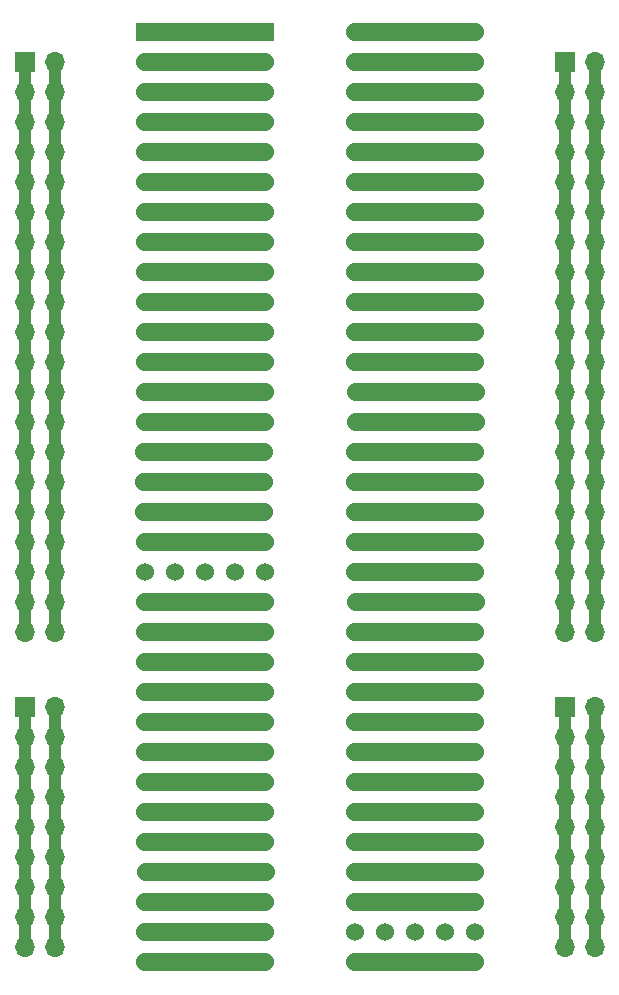
<source format=gbr>
%TF.GenerationSoftware,KiCad,Pcbnew,8.0.0*%
%TF.CreationDate,2024-03-14T18:22:41+00:00*%
%TF.ProjectId,ToastedBreadBoard64,546f6173-7465-4644-9272-656164426f61,rev?*%
%TF.SameCoordinates,Original*%
%TF.FileFunction,Copper,L1,Top*%
%TF.FilePolarity,Positive*%
%FSLAX46Y46*%
G04 Gerber Fmt 4.6, Leading zero omitted, Abs format (unit mm)*
G04 Created by KiCad (PCBNEW 8.0.0) date 2024-03-14 18:22:41*
%MOMM*%
%LPD*%
G01*
G04 APERTURE LIST*
%TA.AperFunction,ComponentPad*%
%ADD10R,1.524000X1.524000*%
%TD*%
%TA.AperFunction,ComponentPad*%
%ADD11C,1.524000*%
%TD*%
%TA.AperFunction,ComponentPad*%
%ADD12O,11.700000X1.524000*%
%TD*%
%TA.AperFunction,ComponentPad*%
%ADD13R,1.700000X1.700000*%
%TD*%
%TA.AperFunction,ComponentPad*%
%ADD14O,1.700000X1.700000*%
%TD*%
%TA.AperFunction,Conductor*%
%ADD15C,1.000000*%
%TD*%
G04 APERTURE END LIST*
D10*
%TO.P,U1,1,PIN1*%
%TO.N,unconnected-(U1-PIN1-Pad1)*%
X125730000Y-27940000D03*
D11*
X123190000Y-27940000D03*
D12*
X120650000Y-27940000D03*
D11*
X118110000Y-27940000D03*
D10*
X115570000Y-27940000D03*
D11*
%TO.P,U1,2,PIN2*%
%TO.N,unconnected-(U1-PIN2-Pad2)*%
X125730000Y-30480000D03*
X123190000Y-30480000D03*
D12*
X120650000Y-30480000D03*
D11*
X118110000Y-30480000D03*
X115570000Y-30480000D03*
%TO.P,U1,3,PIN3*%
%TO.N,unconnected-(U1-PIN3-Pad3)*%
X125730000Y-33020000D03*
X123190000Y-33020000D03*
D12*
X120650000Y-33020000D03*
D11*
X118110000Y-33020000D03*
X115570000Y-33020000D03*
%TO.P,U1,4,PIN4*%
%TO.N,unconnected-(U1-PIN4-Pad4)*%
X125730000Y-35560000D03*
X123190000Y-35560000D03*
D12*
X120650000Y-35560000D03*
D11*
X118110000Y-35560000D03*
X115570000Y-35560000D03*
%TO.P,U1,5,PIN5*%
%TO.N,unconnected-(U1-PIN5-Pad5)*%
X125730000Y-38100000D03*
X123190000Y-38100000D03*
D12*
X120650000Y-38100000D03*
D11*
X118110000Y-38100000D03*
X115570000Y-38100000D03*
%TO.P,U1,6,PIN6*%
%TO.N,unconnected-(U1-PIN6-Pad6)*%
X125730000Y-40640000D03*
X123190000Y-40640000D03*
D12*
X120650000Y-40640000D03*
D11*
X118110000Y-40640000D03*
X115570000Y-40640000D03*
%TO.P,U1,7,PIN7*%
%TO.N,unconnected-(U1-PIN7-Pad7)*%
X125730000Y-43180000D03*
X123190000Y-43180000D03*
D12*
X120650000Y-43180000D03*
D11*
X118110000Y-43180000D03*
X115570000Y-43180000D03*
%TO.P,U1,8,PIN8*%
%TO.N,unconnected-(U1-PIN8-Pad8)*%
X125730000Y-45720000D03*
X123190000Y-45720000D03*
D12*
X120650000Y-45720000D03*
D11*
X118110000Y-45720000D03*
X115570000Y-45720000D03*
%TO.P,U1,9,PIN9*%
%TO.N,unconnected-(U1-PIN9-Pad9)*%
X125730000Y-48260000D03*
X123190000Y-48260000D03*
D12*
X120650000Y-48260000D03*
D11*
X118110000Y-48260000D03*
X115570000Y-48260000D03*
%TO.P,U1,10,PIN10*%
%TO.N,unconnected-(U1-PIN10-Pad10)*%
X125730000Y-50800000D03*
X123190000Y-50800000D03*
D12*
X120650000Y-50800000D03*
D11*
X118110000Y-50800000D03*
X115570000Y-50800000D03*
%TO.P,U1,11,PIN11*%
%TO.N,unconnected-(U1-PIN11-Pad11)*%
X125730000Y-53340000D03*
X123190000Y-53340000D03*
D12*
X120650000Y-53340000D03*
D11*
X118110000Y-53340000D03*
X115570000Y-53340000D03*
%TO.P,U1,12,PIN12*%
%TO.N,unconnected-(U1-PIN12-Pad12)*%
X125730000Y-55880000D03*
X123190000Y-55880000D03*
D12*
X120650000Y-55880000D03*
D11*
X118110000Y-55880000D03*
X115570000Y-55880000D03*
%TO.P,U1,13,PIN13*%
%TO.N,unconnected-(U1-PIN13-Pad13)*%
X125730000Y-58420000D03*
X123190000Y-58420000D03*
D12*
X120650000Y-58420000D03*
D11*
X118110000Y-58420000D03*
X115570000Y-58420000D03*
%TO.P,U1,14,PIN14*%
%TO.N,unconnected-(U1-PIN14-Pad14)*%
X125730000Y-60960000D03*
X123190000Y-60960000D03*
D12*
X120650000Y-60960000D03*
D11*
X118110000Y-60960000D03*
X115570000Y-60960000D03*
%TO.P,U1,15,PIN15*%
%TO.N,unconnected-(U1-PIN15-Pad15)*%
X125630000Y-63500000D03*
X123090000Y-63500000D03*
D12*
X120550000Y-63500000D03*
D11*
X118010000Y-63500000D03*
X115470000Y-63500000D03*
%TO.P,U1,16,PIN16*%
%TO.N,unconnected-(U1-PIN16-Pad16)*%
X125630000Y-66040000D03*
X123090000Y-66040000D03*
D12*
X120550000Y-66040000D03*
D11*
X118010000Y-66040000D03*
X115470000Y-66040000D03*
%TO.P,U1,17,PIN17*%
%TO.N,unconnected-(U1-PIN17-Pad17)*%
X125630000Y-68580000D03*
X123090000Y-68580000D03*
D12*
X120550000Y-68580000D03*
D11*
X118010000Y-68580000D03*
X115470000Y-68580000D03*
%TO.P,U1,18,PIN18*%
%TO.N,unconnected-(U1-PIN18-Pad18)*%
X125730000Y-71120000D03*
X123190000Y-71120000D03*
D12*
X120650000Y-71120000D03*
D11*
X118110000Y-71120000D03*
X115570000Y-71120000D03*
%TO.P,U1,19,PIN19*%
%TO.N,unconnected-(U1-PIN19-Pad19)*%
X125730000Y-73660000D03*
X123190000Y-73660000D03*
X120650000Y-73660000D03*
X118110000Y-73660000D03*
X115570000Y-73660000D03*
%TO.P,U1,20,PIN20*%
%TO.N,unconnected-(U1-PIN20-Pad20)*%
X125730000Y-76200000D03*
X123190000Y-76200000D03*
D12*
X120650000Y-76200000D03*
D11*
X118110000Y-76200000D03*
X115570000Y-76200000D03*
%TO.P,U1,21,PIN21*%
%TO.N,unconnected-(U1-PIN21-Pad21)*%
X125730000Y-78740000D03*
X123190000Y-78740000D03*
D12*
X120650000Y-78740000D03*
D11*
X118110000Y-78740000D03*
X115570000Y-78740000D03*
%TO.P,U1,22,PIN22*%
%TO.N,unconnected-(U1-PIN22-Pad22)*%
X125730000Y-81280000D03*
X123190000Y-81280000D03*
D12*
X120650000Y-81280000D03*
D11*
X118110000Y-81280000D03*
X115570000Y-81280000D03*
%TO.P,U1,23,PIN23*%
%TO.N,unconnected-(U1-PIN23-Pad23)*%
X125730000Y-83820000D03*
X123190000Y-83820000D03*
D12*
X120650000Y-83820000D03*
D11*
X118110000Y-83820000D03*
X115570000Y-83820000D03*
%TO.P,U1,24,PIN24*%
%TO.N,unconnected-(U1-PIN24-Pad24)*%
X125730000Y-86360000D03*
X123190000Y-86360000D03*
D12*
X120650000Y-86360000D03*
D11*
X118110000Y-86360000D03*
X115570000Y-86360000D03*
%TO.P,U1,25,PIN25*%
%TO.N,unconnected-(U1-PIN25-Pad25)*%
X125730000Y-88900000D03*
X123190000Y-88900000D03*
D12*
X120650000Y-88900000D03*
D11*
X118110000Y-88900000D03*
X115570000Y-88900000D03*
%TO.P,U1,26,PIN26*%
%TO.N,unconnected-(U1-PIN26-Pad26)*%
X125730000Y-91440000D03*
X123190000Y-91440000D03*
D12*
X120650000Y-91440000D03*
D11*
X118110000Y-91440000D03*
X115570000Y-91440000D03*
%TO.P,U1,27,PIN27*%
%TO.N,unconnected-(U1-PIN27-Pad27)*%
X125730000Y-93980000D03*
X123190000Y-93980000D03*
D12*
X120650000Y-93980000D03*
D11*
X118110000Y-93980000D03*
X115570000Y-93980000D03*
%TO.P,U1,28,PIN28*%
%TO.N,unconnected-(U1-PIN28-Pad28)*%
X125730000Y-96520000D03*
X123190000Y-96520000D03*
D12*
X120650000Y-96520000D03*
D11*
X118110000Y-96520000D03*
X115570000Y-96520000D03*
%TO.P,U1,29,PIN29*%
%TO.N,unconnected-(U1-PIN29-Pad29)*%
X125830000Y-99060000D03*
X123290000Y-99060000D03*
D12*
X120750000Y-99060000D03*
D11*
X118210000Y-99060000D03*
X115670000Y-99060000D03*
%TO.P,U1,30,PIN30*%
%TO.N,unconnected-(U1-PIN30-Pad30)*%
X125730000Y-101600000D03*
X123190000Y-101600000D03*
D12*
X120650000Y-101600000D03*
D11*
X118110000Y-101600000D03*
X115570000Y-101600000D03*
%TO.P,U1,31,PIN31*%
%TO.N,unconnected-(U1-PIN31-Pad31)*%
X125730000Y-104140000D03*
X123190000Y-104140000D03*
D12*
X120650000Y-104140000D03*
D11*
X118110000Y-104140000D03*
X115570000Y-104140000D03*
%TO.P,U1,32,PIN32*%
%TO.N,unconnected-(U1-PIN32-Pad32)*%
X125730000Y-106680000D03*
X123190000Y-106680000D03*
D12*
X120650000Y-106680000D03*
D11*
X118110000Y-106680000D03*
X115570000Y-106680000D03*
%TO.P,U1,33,PIN33*%
%TO.N,unconnected-(U1-PIN33-Pad33)*%
X143510000Y-106680000D03*
X140970000Y-106680000D03*
D12*
X138430000Y-106680000D03*
D11*
X135890000Y-106680000D03*
X133350000Y-106680000D03*
%TO.P,U1,34,PIN34*%
%TO.N,unconnected-(U1-PIN34-Pad34)*%
X143510000Y-104140000D03*
X140970000Y-104140000D03*
X138430000Y-104140000D03*
X135890000Y-104140000D03*
X133350000Y-104140000D03*
%TO.P,U1,35,PIN35*%
%TO.N,unconnected-(U1-PIN35-Pad35)*%
X143510000Y-101600000D03*
X140970000Y-101600000D03*
D12*
X138430000Y-101600000D03*
D11*
X135890000Y-101600000D03*
X133350000Y-101600000D03*
%TO.P,U1,36,PIN36*%
%TO.N,unconnected-(U1-PIN36-Pad36)*%
X143510000Y-99060000D03*
X140970000Y-99060000D03*
D12*
X138430000Y-99060000D03*
D11*
X135890000Y-99060000D03*
X133350000Y-99060000D03*
%TO.P,U1,37,PIN37*%
%TO.N,unconnected-(U1-PIN37-Pad37)*%
X143510000Y-96520000D03*
X140970000Y-96520000D03*
D12*
X138430000Y-96520000D03*
D11*
X135890000Y-96520000D03*
X133350000Y-96520000D03*
%TO.P,U1,38,PIN38*%
%TO.N,unconnected-(U1-PIN38-Pad38)*%
X143510000Y-93980000D03*
X140970000Y-93980000D03*
D12*
X138430000Y-93980000D03*
D11*
X135890000Y-93980000D03*
X133350000Y-93980000D03*
%TO.P,U1,39,PIN39*%
%TO.N,unconnected-(U1-PIN39-Pad39)*%
X143510000Y-91440000D03*
X140970000Y-91440000D03*
D12*
X138430000Y-91440000D03*
D11*
X135890000Y-91440000D03*
X133350000Y-91440000D03*
%TO.P,U1,40,PIN40*%
%TO.N,unconnected-(U1-PIN40-Pad40)*%
X143510000Y-88900000D03*
X140970000Y-88900000D03*
D12*
X138430000Y-88900000D03*
D11*
X135890000Y-88900000D03*
X133350000Y-88900000D03*
%TO.P,U1,41,PIN41*%
%TO.N,unconnected-(U1-PIN41-Pad41)*%
X143510000Y-86360000D03*
X140970000Y-86360000D03*
D12*
X138430000Y-86360000D03*
D11*
X135890000Y-86360000D03*
X133350000Y-86360000D03*
%TO.P,U1,42,PIN42*%
%TO.N,unconnected-(U1-PIN42-Pad42)*%
X143510000Y-83820000D03*
X140970000Y-83820000D03*
D12*
X138430000Y-83820000D03*
D11*
X135890000Y-83820000D03*
X133350000Y-83820000D03*
%TO.P,U1,43,PIN43*%
%TO.N,unconnected-(U1-PIN43-Pad43)*%
X143510000Y-81280000D03*
X140970000Y-81280000D03*
D12*
X138430000Y-81280000D03*
D11*
X135890000Y-81280000D03*
X133350000Y-81280000D03*
%TO.P,U1,44,PIN44*%
%TO.N,unconnected-(U1-PIN44-Pad44)*%
X143510000Y-78740000D03*
X140970000Y-78740000D03*
D12*
X138430000Y-78740000D03*
D11*
X135890000Y-78740000D03*
X133350000Y-78740000D03*
%TO.P,U1,45,PIN45*%
%TO.N,unconnected-(U1-PIN45-Pad45)*%
X143610000Y-76200000D03*
X141070000Y-76200000D03*
D12*
X138530000Y-76200000D03*
D11*
X135990000Y-76200000D03*
X133450000Y-76200000D03*
%TO.P,U1,46,PIN46*%
%TO.N,unconnected-(U1-PIN46-Pad46)*%
X143510000Y-73660000D03*
X140970000Y-73660000D03*
D12*
X138430000Y-73660000D03*
D11*
X135890000Y-73660000D03*
X133350000Y-73660000D03*
%TO.P,U1,47,PIN47*%
%TO.N,unconnected-(U1-PIN47-Pad47)*%
X143510000Y-71120000D03*
X140970000Y-71120000D03*
D12*
X138430000Y-71120000D03*
D11*
X135890000Y-71120000D03*
X133350000Y-71120000D03*
%TO.P,U1,48,PIN48*%
%TO.N,unconnected-(U1-PIN48-Pad48)*%
X143510000Y-68580000D03*
X140970000Y-68580000D03*
D12*
X138430000Y-68580000D03*
D11*
X135890000Y-68580000D03*
X133350000Y-68580000D03*
%TO.P,U1,49,PIN49*%
%TO.N,unconnected-(U1-PIN49-Pad49)*%
X143510000Y-66040000D03*
X140970000Y-66040000D03*
D12*
X138430000Y-66040000D03*
D11*
X135890000Y-66040000D03*
X133350000Y-66040000D03*
%TO.P,U1,50,PIN50*%
%TO.N,unconnected-(U1-PIN50-Pad50)*%
X143510000Y-63500000D03*
X140970000Y-63500000D03*
D12*
X138430000Y-63500000D03*
D11*
X135890000Y-63500000D03*
X133350000Y-63500000D03*
%TO.P,U1,51,PIN51*%
%TO.N,unconnected-(U1-PIN51-Pad51)*%
X143610000Y-60960000D03*
X141070000Y-60960000D03*
D12*
X138530000Y-60960000D03*
D11*
X135990000Y-60960000D03*
X133450000Y-60960000D03*
%TO.P,U1,52,PIN52*%
%TO.N,unconnected-(U1-PIN52-Pad52)*%
X143610000Y-58420000D03*
X141070000Y-58420000D03*
D12*
X138530000Y-58420000D03*
D11*
X135990000Y-58420000D03*
X133450000Y-58420000D03*
%TO.P,U1,53,PIN53*%
%TO.N,unconnected-(U1-PIN53-Pad53)*%
X143510000Y-55880000D03*
X140970000Y-55880000D03*
D12*
X138430000Y-55880000D03*
D11*
X135890000Y-55880000D03*
X133350000Y-55880000D03*
%TO.P,U1,54,PIN54*%
%TO.N,unconnected-(U1-PIN54-Pad54)*%
X143510000Y-53340000D03*
X140970000Y-53340000D03*
D12*
X138430000Y-53340000D03*
D11*
X135890000Y-53340000D03*
X133350000Y-53340000D03*
%TO.P,U1,55,PIN55*%
%TO.N,unconnected-(U1-PIN55-Pad55)*%
X143510000Y-50800000D03*
X140970000Y-50800000D03*
D12*
X138430000Y-50800000D03*
D11*
X135890000Y-50800000D03*
X133350000Y-50800000D03*
%TO.P,U1,56,PIN56*%
%TO.N,unconnected-(U1-PIN56-Pad56)*%
X143510000Y-48260000D03*
X140970000Y-48260000D03*
D12*
X138430000Y-48260000D03*
D11*
X135890000Y-48260000D03*
X133350000Y-48260000D03*
%TO.P,U1,57,PIN57*%
%TO.N,unconnected-(U1-PIN57-Pad57)*%
X143510000Y-45720000D03*
X140970000Y-45720000D03*
D12*
X138430000Y-45720000D03*
D11*
X135890000Y-45720000D03*
X133350000Y-45720000D03*
%TO.P,U1,58,PIN58*%
%TO.N,unconnected-(U1-PIN58-Pad58)*%
X143510000Y-43180000D03*
X140970000Y-43180000D03*
D12*
X138430000Y-43180000D03*
D11*
X135890000Y-43180000D03*
X133350000Y-43180000D03*
%TO.P,U1,59,PIN59*%
%TO.N,unconnected-(U1-PIN59-Pad59)*%
X143510000Y-40640000D03*
X140970000Y-40640000D03*
D12*
X138430000Y-40640000D03*
D11*
X135890000Y-40640000D03*
X133350000Y-40640000D03*
%TO.P,U1,60,PIN60*%
%TO.N,unconnected-(U1-PIN60-Pad60)*%
X143510000Y-38100000D03*
X140970000Y-38100000D03*
D12*
X138430000Y-38100000D03*
D11*
X135890000Y-38100000D03*
X133350000Y-38100000D03*
%TO.P,U1,61,PIN61*%
%TO.N,unconnected-(U1-PIN61-Pad61)*%
X143510000Y-35560000D03*
X140970000Y-35560000D03*
D12*
X138430000Y-35560000D03*
D11*
X135890000Y-35560000D03*
X133350000Y-35560000D03*
%TO.P,U1,62,PIN62*%
%TO.N,unconnected-(U1-PIN62-Pad62)*%
X143510000Y-33020000D03*
X140970000Y-33020000D03*
D12*
X138430000Y-33020000D03*
D11*
X135890000Y-33020000D03*
X133350000Y-33020000D03*
%TO.P,U1,63,PIN63*%
%TO.N,unconnected-(U1-PIN63-Pad63)*%
X143510000Y-30480000D03*
X140970000Y-30480000D03*
D12*
X138430000Y-30480000D03*
D11*
X135890000Y-30480000D03*
X133350000Y-30480000D03*
%TO.P,U1,64,PIN64*%
%TO.N,unconnected-(U1-PIN64-Pad64)*%
X143510000Y-27940000D03*
X140970000Y-27940000D03*
D12*
X138430000Y-27940000D03*
D11*
X135890000Y-27940000D03*
X133350000Y-27940000D03*
%TD*%
D13*
%TO.P,J4,1,Pin_1*%
%TO.N,Net-(J4-Pin_1)*%
X151130000Y-30480000D03*
D14*
%TO.P,J4,2,Pin_2*%
%TO.N,Net-(J4-Pin_10)*%
X153670000Y-30480000D03*
%TO.P,J4,3,Pin_3*%
%TO.N,Net-(J4-Pin_1)*%
X151130000Y-33020000D03*
%TO.P,J4,4,Pin_4*%
%TO.N,Net-(J4-Pin_10)*%
X153670000Y-33020000D03*
%TO.P,J4,5,Pin_5*%
%TO.N,Net-(J4-Pin_1)*%
X151130000Y-35560000D03*
%TO.P,J4,6,Pin_6*%
%TO.N,Net-(J4-Pin_10)*%
X153670000Y-35560000D03*
%TO.P,J4,7,Pin_7*%
%TO.N,Net-(J4-Pin_1)*%
X151130000Y-38100000D03*
%TO.P,J4,8,Pin_8*%
%TO.N,Net-(J4-Pin_10)*%
X153670000Y-38100000D03*
%TO.P,J4,9,Pin_9*%
%TO.N,Net-(J4-Pin_1)*%
X151130000Y-40640000D03*
%TO.P,J4,10,Pin_10*%
%TO.N,Net-(J4-Pin_10)*%
X153670000Y-40640000D03*
%TO.P,J4,11,Pin_11*%
%TO.N,Net-(J4-Pin_1)*%
X151130000Y-43180000D03*
%TO.P,J4,12,Pin_12*%
%TO.N,Net-(J4-Pin_10)*%
X153670000Y-43180000D03*
%TO.P,J4,13,Pin_13*%
%TO.N,Net-(J4-Pin_1)*%
X151130000Y-45720000D03*
%TO.P,J4,14,Pin_14*%
%TO.N,Net-(J4-Pin_10)*%
X153670000Y-45720000D03*
%TO.P,J4,15,Pin_15*%
%TO.N,Net-(J4-Pin_1)*%
X151130000Y-48260000D03*
%TO.P,J4,16,Pin_16*%
%TO.N,Net-(J4-Pin_10)*%
X153670000Y-48260000D03*
%TO.P,J4,17,Pin_17*%
%TO.N,Net-(J4-Pin_1)*%
X151130000Y-50800000D03*
%TO.P,J4,18,Pin_18*%
%TO.N,Net-(J4-Pin_10)*%
X153670000Y-50800000D03*
%TO.P,J4,19,Pin_19*%
%TO.N,Net-(J4-Pin_1)*%
X151130000Y-53340000D03*
%TO.P,J4,20,Pin_20*%
%TO.N,Net-(J4-Pin_10)*%
X153670000Y-53340000D03*
%TO.P,J4,21,Pin_21*%
%TO.N,Net-(J4-Pin_1)*%
X151130000Y-55880000D03*
%TO.P,J4,22,Pin_22*%
%TO.N,Net-(J4-Pin_10)*%
X153670000Y-55880000D03*
%TO.P,J4,23,Pin_23*%
%TO.N,Net-(J4-Pin_1)*%
X151130000Y-58420000D03*
%TO.P,J4,24,Pin_24*%
%TO.N,Net-(J4-Pin_10)*%
X153670000Y-58420000D03*
%TO.P,J4,25,Pin_25*%
%TO.N,Net-(J4-Pin_1)*%
X151130000Y-60960000D03*
%TO.P,J4,26,Pin_26*%
%TO.N,Net-(J4-Pin_10)*%
X153670000Y-60960000D03*
%TO.P,J4,27,Pin_27*%
%TO.N,Net-(J4-Pin_1)*%
X151130000Y-63500000D03*
%TO.P,J4,28,Pin_28*%
%TO.N,Net-(J4-Pin_10)*%
X153670000Y-63500000D03*
%TO.P,J4,29,Pin_29*%
%TO.N,Net-(J4-Pin_1)*%
X151130000Y-66040000D03*
%TO.P,J4,30,Pin_30*%
%TO.N,Net-(J4-Pin_10)*%
X153670000Y-66040000D03*
%TO.P,J4,31,Pin_31*%
%TO.N,Net-(J4-Pin_1)*%
X151130000Y-68580000D03*
%TO.P,J4,32,Pin_32*%
%TO.N,Net-(J4-Pin_10)*%
X153670000Y-68580000D03*
%TO.P,J4,33,Pin_33*%
%TO.N,Net-(J4-Pin_1)*%
X151130000Y-71120000D03*
%TO.P,J4,34,Pin_34*%
%TO.N,Net-(J4-Pin_10)*%
X153670000Y-71120000D03*
%TO.P,J4,35,Pin_35*%
%TO.N,Net-(J4-Pin_1)*%
X151130000Y-73660000D03*
%TO.P,J4,36,Pin_36*%
%TO.N,Net-(J4-Pin_10)*%
X153670000Y-73660000D03*
%TO.P,J4,37,Pin_37*%
%TO.N,Net-(J4-Pin_1)*%
X151130000Y-76200000D03*
%TO.P,J4,38,Pin_38*%
%TO.N,Net-(J4-Pin_10)*%
X153670000Y-76200000D03*
%TO.P,J4,39,Pin_39*%
%TO.N,Net-(J4-Pin_1)*%
X151130000Y-78740000D03*
%TO.P,J4,40,Pin_40*%
%TO.N,Net-(J4-Pin_10)*%
X153670000Y-78740000D03*
%TD*%
D13*
%TO.P,J2,1,Pin_1*%
%TO.N,Net-(J2-Pin_1)*%
X105410000Y-85090000D03*
D14*
%TO.P,J2,2,Pin_2*%
%TO.N,Net-(J2-Pin_10)*%
X107950000Y-85090000D03*
%TO.P,J2,3,Pin_3*%
%TO.N,Net-(J2-Pin_1)*%
X105410000Y-87630000D03*
%TO.P,J2,4,Pin_4*%
%TO.N,Net-(J2-Pin_10)*%
X107950000Y-87630000D03*
%TO.P,J2,5,Pin_5*%
%TO.N,Net-(J2-Pin_1)*%
X105410000Y-90170000D03*
%TO.P,J2,6,Pin_6*%
%TO.N,Net-(J2-Pin_10)*%
X107950000Y-90170000D03*
%TO.P,J2,7,Pin_7*%
%TO.N,Net-(J2-Pin_1)*%
X105410000Y-92710000D03*
%TO.P,J2,8,Pin_8*%
%TO.N,Net-(J2-Pin_10)*%
X107950000Y-92710000D03*
%TO.P,J2,9,Pin_9*%
%TO.N,Net-(J2-Pin_1)*%
X105410000Y-95250000D03*
%TO.P,J2,10,Pin_10*%
%TO.N,Net-(J2-Pin_10)*%
X107950000Y-95250000D03*
%TO.P,J2,11,Pin_11*%
%TO.N,Net-(J2-Pin_1)*%
X105410000Y-97790000D03*
%TO.P,J2,12,Pin_12*%
%TO.N,Net-(J2-Pin_10)*%
X107950000Y-97790000D03*
%TO.P,J2,13,Pin_13*%
%TO.N,Net-(J2-Pin_1)*%
X105410000Y-100330000D03*
%TO.P,J2,14,Pin_14*%
%TO.N,Net-(J2-Pin_10)*%
X107950000Y-100330000D03*
%TO.P,J2,15,Pin_15*%
%TO.N,Net-(J2-Pin_1)*%
X105410000Y-102870000D03*
%TO.P,J2,16,Pin_16*%
%TO.N,Net-(J2-Pin_10)*%
X107950000Y-102870000D03*
%TO.P,J2,17,Pin_17*%
%TO.N,Net-(J2-Pin_1)*%
X105410000Y-105410000D03*
%TO.P,J2,18,Pin_18*%
%TO.N,Net-(J2-Pin_10)*%
X107950000Y-105410000D03*
%TD*%
D13*
%TO.P,J1,1,Pin_1*%
%TO.N,Net-(J1-Pin_1)*%
X105410000Y-30480000D03*
D14*
%TO.P,J1,2,Pin_2*%
%TO.N,Net-(J1-Pin_10)*%
X107950000Y-30480000D03*
%TO.P,J1,3,Pin_3*%
%TO.N,Net-(J1-Pin_1)*%
X105410000Y-33020000D03*
%TO.P,J1,4,Pin_4*%
%TO.N,Net-(J1-Pin_10)*%
X107950000Y-33020000D03*
%TO.P,J1,5,Pin_5*%
%TO.N,Net-(J1-Pin_1)*%
X105410000Y-35560000D03*
%TO.P,J1,6,Pin_6*%
%TO.N,Net-(J1-Pin_10)*%
X107950000Y-35560000D03*
%TO.P,J1,7,Pin_7*%
%TO.N,Net-(J1-Pin_1)*%
X105410000Y-38100000D03*
%TO.P,J1,8,Pin_8*%
%TO.N,Net-(J1-Pin_10)*%
X107950000Y-38100000D03*
%TO.P,J1,9,Pin_9*%
%TO.N,Net-(J1-Pin_1)*%
X105410000Y-40640000D03*
%TO.P,J1,10,Pin_10*%
%TO.N,Net-(J1-Pin_10)*%
X107950000Y-40640000D03*
%TO.P,J1,11,Pin_11*%
%TO.N,Net-(J1-Pin_1)*%
X105410000Y-43180000D03*
%TO.P,J1,12,Pin_12*%
%TO.N,Net-(J1-Pin_10)*%
X107950000Y-43180000D03*
%TO.P,J1,13,Pin_13*%
%TO.N,Net-(J1-Pin_1)*%
X105410000Y-45720000D03*
%TO.P,J1,14,Pin_14*%
%TO.N,Net-(J1-Pin_10)*%
X107950000Y-45720000D03*
%TO.P,J1,15,Pin_15*%
%TO.N,Net-(J1-Pin_1)*%
X105410000Y-48260000D03*
%TO.P,J1,16,Pin_16*%
%TO.N,Net-(J1-Pin_10)*%
X107950000Y-48260000D03*
%TO.P,J1,17,Pin_17*%
%TO.N,Net-(J1-Pin_1)*%
X105410000Y-50800000D03*
%TO.P,J1,18,Pin_18*%
%TO.N,Net-(J1-Pin_10)*%
X107950000Y-50800000D03*
%TO.P,J1,19,Pin_19*%
%TO.N,Net-(J1-Pin_1)*%
X105410000Y-53340000D03*
%TO.P,J1,20,Pin_20*%
%TO.N,Net-(J1-Pin_10)*%
X107950000Y-53340000D03*
%TO.P,J1,21,Pin_21*%
%TO.N,Net-(J1-Pin_1)*%
X105410000Y-55880000D03*
%TO.P,J1,22,Pin_22*%
%TO.N,Net-(J1-Pin_10)*%
X107950000Y-55880000D03*
%TO.P,J1,23,Pin_23*%
%TO.N,Net-(J1-Pin_1)*%
X105410000Y-58420000D03*
%TO.P,J1,24,Pin_24*%
%TO.N,Net-(J1-Pin_10)*%
X107950000Y-58420000D03*
%TO.P,J1,25,Pin_25*%
%TO.N,Net-(J1-Pin_1)*%
X105410000Y-60960000D03*
%TO.P,J1,26,Pin_26*%
%TO.N,Net-(J1-Pin_10)*%
X107950000Y-60960000D03*
%TO.P,J1,27,Pin_27*%
%TO.N,Net-(J1-Pin_1)*%
X105410000Y-63500000D03*
%TO.P,J1,28,Pin_28*%
%TO.N,Net-(J1-Pin_10)*%
X107950000Y-63500000D03*
%TO.P,J1,29,Pin_29*%
%TO.N,Net-(J1-Pin_1)*%
X105410000Y-66040000D03*
%TO.P,J1,30,Pin_30*%
%TO.N,Net-(J1-Pin_10)*%
X107950000Y-66040000D03*
%TO.P,J1,31,Pin_31*%
%TO.N,Net-(J1-Pin_1)*%
X105410000Y-68580000D03*
%TO.P,J1,32,Pin_32*%
%TO.N,Net-(J1-Pin_10)*%
X107950000Y-68580000D03*
%TO.P,J1,33,Pin_33*%
%TO.N,Net-(J1-Pin_1)*%
X105410000Y-71120000D03*
%TO.P,J1,34,Pin_34*%
%TO.N,Net-(J1-Pin_10)*%
X107950000Y-71120000D03*
%TO.P,J1,35,Pin_35*%
%TO.N,Net-(J1-Pin_1)*%
X105410000Y-73660000D03*
%TO.P,J1,36,Pin_36*%
%TO.N,Net-(J1-Pin_10)*%
X107950000Y-73660000D03*
%TO.P,J1,37,Pin_37*%
%TO.N,Net-(J1-Pin_1)*%
X105410000Y-76200000D03*
%TO.P,J1,38,Pin_38*%
%TO.N,Net-(J1-Pin_10)*%
X107950000Y-76200000D03*
%TO.P,J1,39,Pin_39*%
%TO.N,Net-(J1-Pin_1)*%
X105410000Y-78740000D03*
%TO.P,J1,40,Pin_40*%
%TO.N,Net-(J1-Pin_10)*%
X107950000Y-78740000D03*
%TD*%
D13*
%TO.P,J5,1,Pin_1*%
%TO.N,Net-(J5-Pin_1)*%
X151130000Y-85090000D03*
D14*
%TO.P,J5,2,Pin_2*%
%TO.N,Net-(J5-Pin_10)*%
X153670000Y-85090000D03*
%TO.P,J5,3,Pin_3*%
%TO.N,Net-(J5-Pin_1)*%
X151130000Y-87630000D03*
%TO.P,J5,4,Pin_4*%
%TO.N,Net-(J5-Pin_10)*%
X153670000Y-87630000D03*
%TO.P,J5,5,Pin_5*%
%TO.N,Net-(J5-Pin_1)*%
X151130000Y-90170000D03*
%TO.P,J5,6,Pin_6*%
%TO.N,Net-(J5-Pin_10)*%
X153670000Y-90170000D03*
%TO.P,J5,7,Pin_7*%
%TO.N,Net-(J5-Pin_1)*%
X151130000Y-92710000D03*
%TO.P,J5,8,Pin_8*%
%TO.N,Net-(J5-Pin_10)*%
X153670000Y-92710000D03*
%TO.P,J5,9,Pin_9*%
%TO.N,Net-(J5-Pin_1)*%
X151130000Y-95250000D03*
%TO.P,J5,10,Pin_10*%
%TO.N,Net-(J5-Pin_10)*%
X153670000Y-95250000D03*
%TO.P,J5,11,Pin_11*%
%TO.N,Net-(J5-Pin_1)*%
X151130000Y-97790000D03*
%TO.P,J5,12,Pin_12*%
%TO.N,Net-(J5-Pin_10)*%
X153670000Y-97790000D03*
%TO.P,J5,13,Pin_13*%
%TO.N,Net-(J5-Pin_1)*%
X151130000Y-100330000D03*
%TO.P,J5,14,Pin_14*%
%TO.N,Net-(J5-Pin_10)*%
X153670000Y-100330000D03*
%TO.P,J5,15,Pin_15*%
%TO.N,Net-(J5-Pin_1)*%
X151130000Y-102870000D03*
%TO.P,J5,16,Pin_16*%
%TO.N,Net-(J5-Pin_10)*%
X153670000Y-102870000D03*
%TO.P,J5,17,Pin_17*%
%TO.N,Net-(J5-Pin_1)*%
X151130000Y-105410000D03*
%TO.P,J5,18,Pin_18*%
%TO.N,Net-(J5-Pin_10)*%
X153670000Y-105410000D03*
%TD*%
D15*
%TO.N,Net-(J1-Pin_1)*%
X105410000Y-50800000D02*
X105410000Y-48260000D01*
X105410000Y-66040000D02*
X105410000Y-63500000D01*
X105410000Y-48260000D02*
X105410000Y-45720000D01*
X105410000Y-58420000D02*
X105410000Y-55880000D01*
X105410000Y-71120000D02*
X105410000Y-68580000D01*
X105410000Y-40640000D02*
X105410000Y-38100000D01*
X105410000Y-60960000D02*
X105410000Y-58420000D01*
X105410000Y-45720000D02*
X105410000Y-43180000D01*
X105410000Y-73660000D02*
X105410000Y-71120000D01*
X105410000Y-53340000D02*
X105410000Y-50800000D01*
X105410000Y-68580000D02*
X105410000Y-66040000D01*
X105410000Y-38100000D02*
X105410000Y-35560000D01*
X105410000Y-55880000D02*
X105410000Y-53340000D01*
X105410000Y-78740000D02*
X105410000Y-76200000D01*
X105410000Y-43180000D02*
X105410000Y-40640000D01*
X105410000Y-63500000D02*
X105410000Y-60960000D01*
X105410000Y-35560000D02*
X105410000Y-33020000D01*
X105410000Y-76200000D02*
X105410000Y-73660000D01*
X105410000Y-33020000D02*
X105410000Y-30480000D01*
%TO.N,Net-(J1-Pin_10)*%
X107950000Y-35560000D02*
X107950000Y-33020000D01*
X107950000Y-33020000D02*
X107950000Y-30480000D01*
X107950000Y-68580000D02*
X107950000Y-66040000D01*
X107950000Y-48260000D02*
X107950000Y-45720000D01*
X107950000Y-76200000D02*
X107950000Y-73660000D01*
X107950000Y-55880000D02*
X107950000Y-53340000D01*
X107950000Y-38100000D02*
X107950000Y-35560000D01*
X107950000Y-58420000D02*
X107950000Y-55880000D01*
X107950000Y-43180000D02*
X107950000Y-40640000D01*
X107950000Y-40640000D02*
X107950000Y-38100000D01*
X107950000Y-53340000D02*
X107950000Y-50800000D01*
X107950000Y-73660000D02*
X107950000Y-71120000D01*
X107950000Y-78740000D02*
X107950000Y-76200000D01*
X107950000Y-63500000D02*
X107950000Y-60960000D01*
X107950000Y-45720000D02*
X107950000Y-43180000D01*
X107950000Y-71120000D02*
X107950000Y-68580000D01*
X107950000Y-50800000D02*
X107950000Y-48260000D01*
X107950000Y-60960000D02*
X107950000Y-58420000D01*
X107950000Y-66040000D02*
X107950000Y-63500000D01*
%TO.N,Net-(J2-Pin_1)*%
X105410000Y-97790000D02*
X105410000Y-95250000D01*
X105410000Y-102870000D02*
X105410000Y-100330000D01*
X105410000Y-87630000D02*
X105410000Y-85090000D01*
X105410000Y-100330000D02*
X105410000Y-97790000D01*
X105410000Y-95250000D02*
X105410000Y-92710000D01*
X105410000Y-92710000D02*
X105410000Y-90170000D01*
X105410000Y-105410000D02*
X105410000Y-102870000D01*
X105410000Y-90170000D02*
X105410000Y-87630000D01*
%TO.N,Net-(J2-Pin_10)*%
X107950000Y-92710000D02*
X107950000Y-90170000D01*
X107950000Y-105410000D02*
X107950000Y-102870000D01*
X107950000Y-90170000D02*
X107950000Y-87630000D01*
X107950000Y-87630000D02*
X107950000Y-85090000D01*
X107950000Y-102870000D02*
X107950000Y-100330000D01*
X107950000Y-95250000D02*
X107950000Y-92710000D01*
X107950000Y-97790000D02*
X107950000Y-95250000D01*
X107950000Y-100330000D02*
X107950000Y-97790000D01*
%TO.N,Net-(J4-Pin_1)*%
X151130000Y-35560000D02*
X151130000Y-33020000D01*
X151130000Y-60960000D02*
X151130000Y-58420000D01*
X151130000Y-55880000D02*
X151130000Y-53340000D01*
X151130000Y-53340000D02*
X151130000Y-50800000D01*
X151130000Y-76200000D02*
X151130000Y-73660000D01*
X151130000Y-38100000D02*
X151130000Y-35560000D01*
X151130000Y-48260000D02*
X151130000Y-45720000D01*
X151130000Y-58420000D02*
X151130000Y-55880000D01*
X151130000Y-50800000D02*
X151130000Y-48260000D01*
X151130000Y-33020000D02*
X151130000Y-30480000D01*
X151130000Y-63500000D02*
X151130000Y-60960000D01*
X151130000Y-68580000D02*
X151130000Y-66040000D01*
X151130000Y-45720000D02*
X151130000Y-43180000D01*
X151130000Y-43180000D02*
X151130000Y-40640000D01*
X151130000Y-78740000D02*
X151130000Y-76200000D01*
X151130000Y-71120000D02*
X151130000Y-68580000D01*
X151130000Y-66040000D02*
X151130000Y-63500000D01*
X151130000Y-40640000D02*
X151130000Y-38100000D01*
X151130000Y-73660000D02*
X151130000Y-71120000D01*
%TO.N,Net-(J4-Pin_10)*%
X153670000Y-76200000D02*
X153670000Y-73660000D01*
X153670000Y-53340000D02*
X153670000Y-50800000D01*
X153670000Y-66040000D02*
X153670000Y-63500000D01*
X153670000Y-48260000D02*
X153670000Y-45720000D01*
X153670000Y-43180000D02*
X153670000Y-40640000D01*
X153670000Y-38100000D02*
X153670000Y-35560000D01*
X153670000Y-35560000D02*
X153670000Y-33020000D01*
X153670000Y-50800000D02*
X153670000Y-48260000D01*
X153670000Y-71120000D02*
X153670000Y-68580000D01*
X153670000Y-58420000D02*
X153670000Y-55880000D01*
X153670000Y-45720000D02*
X153670000Y-43180000D01*
X153670000Y-60960000D02*
X153670000Y-58420000D01*
X153670000Y-63500000D02*
X153670000Y-60960000D01*
X153670000Y-78740000D02*
X153670000Y-76200000D01*
X153670000Y-33020000D02*
X153670000Y-30480000D01*
X153670000Y-55880000D02*
X153670000Y-53340000D01*
X153670000Y-68580000D02*
X153670000Y-66040000D01*
X153670000Y-40640000D02*
X153670000Y-38100000D01*
X153670000Y-73660000D02*
X153670000Y-71120000D01*
%TO.N,Net-(J5-Pin_1)*%
X151130000Y-102870000D02*
X151130000Y-100330000D01*
X151130000Y-90170000D02*
X151130000Y-87630000D01*
X151130000Y-92710000D02*
X151130000Y-90170000D01*
X151130000Y-105410000D02*
X151130000Y-102870000D01*
X151130000Y-100330000D02*
X151130000Y-97790000D01*
X151130000Y-97790000D02*
X151130000Y-95250000D01*
X151130000Y-95250000D02*
X151130000Y-92710000D01*
X151130000Y-87630000D02*
X151130000Y-85090000D01*
%TO.N,Net-(J5-Pin_10)*%
X153670000Y-105410000D02*
X153670000Y-102870000D01*
X153670000Y-102870000D02*
X153670000Y-100330000D01*
X153670000Y-100330000D02*
X153670000Y-97790000D01*
X153670000Y-87630000D02*
X153670000Y-85090000D01*
X153670000Y-90170000D02*
X153670000Y-87630000D01*
X153670000Y-97790000D02*
X153670000Y-95250000D01*
X153670000Y-92710000D02*
X153670000Y-90170000D01*
X153670000Y-95250000D02*
X153670000Y-92710000D01*
%TD*%
M02*

</source>
